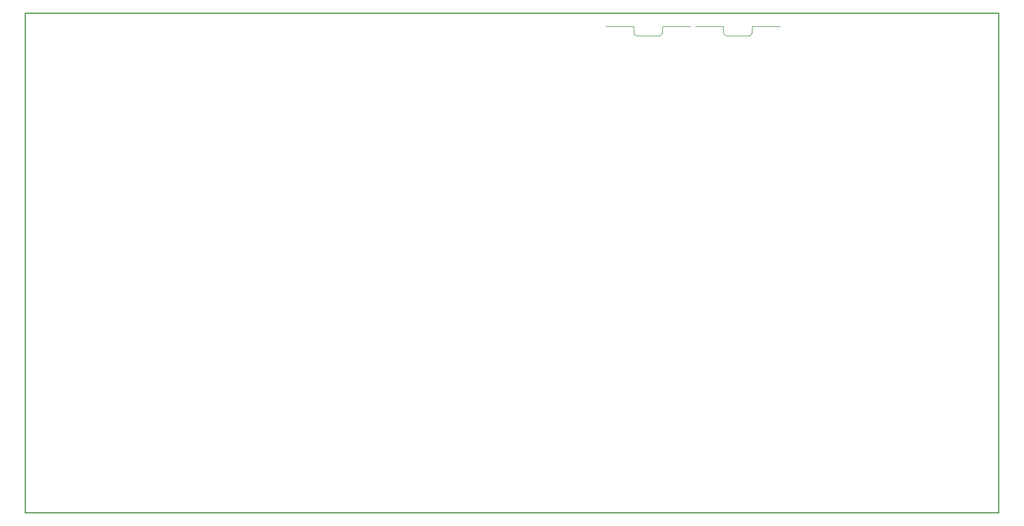
<source format=gbr>
%TF.GenerationSoftware,KiCad,Pcbnew,8.0.4*%
%TF.CreationDate,2024-10-17T10:00:51+02:00*%
%TF.ProjectId,drvPcb,64727650-6362-42e6-9b69-6361645f7063,rev?*%
%TF.SameCoordinates,PX273de60PY7d07530*%
%TF.FileFunction,Profile,NP*%
%FSLAX46Y46*%
G04 Gerber Fmt 4.6, Leading zero omitted, Abs format (unit mm)*
G04 Created by KiCad (PCBNEW 8.0.4) date 2024-10-17 10:00:51*
%MOMM*%
%LPD*%
G01*
G04 APERTURE LIST*
%TA.AperFunction,Profile*%
%ADD10C,0.200000*%
%TD*%
%TA.AperFunction,Profile*%
%ADD11C,0.120000*%
%TD*%
G04 APERTURE END LIST*
D10*
X0Y77000000D02*
X150000000Y77000000D01*
X150000000Y0D01*
X0Y0D01*
X0Y77000000D01*
D11*
%TO.C,J21*%
X111975000Y73898000D02*
X111975000Y74898000D01*
X111975000Y74898000D02*
X116275000Y74898000D01*
X107975000Y73498000D02*
X111575000Y73498000D01*
X107575000Y73898000D02*
X107575000Y74898000D01*
X107575000Y74898000D02*
X103275000Y74898000D01*
X111975000Y73898000D02*
G75*
G02*
X111575000Y73498000I-400001J1D01*
G01*
X107975000Y73498000D02*
G75*
G02*
X107575000Y73898000I0J400000D01*
G01*
%TO.C,J9*%
X93755000Y74905000D02*
X89455000Y74905000D01*
X93755000Y73905000D02*
X93755000Y74905000D01*
X94155000Y73505000D02*
X97755000Y73505000D01*
X98155000Y74905000D02*
X102455000Y74905000D01*
X98155000Y73905000D02*
X98155000Y74905000D01*
X94155000Y73505000D02*
G75*
G02*
X93755000Y73905000I0J400000D01*
G01*
X98155000Y73905000D02*
G75*
G02*
X97755000Y73505000I-400002J2D01*
G01*
%TD*%
M02*

</source>
